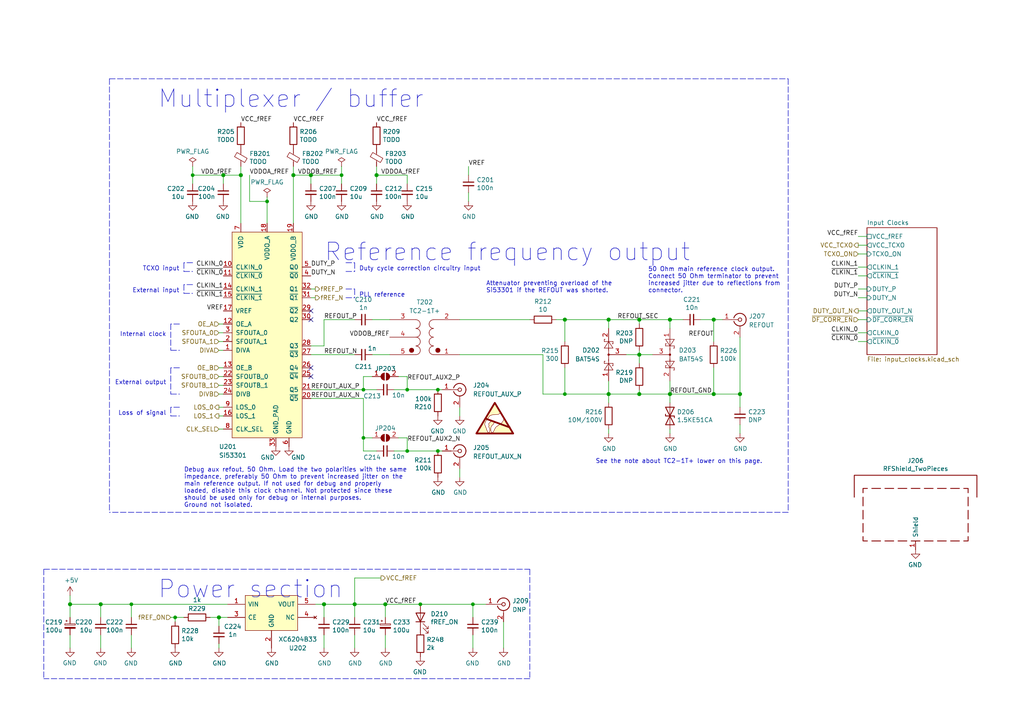
<source format=kicad_sch>
(kicad_sch (version 20211123) (generator eeschema)
  (paper "A4")
  (title_block (title "Generator 0.0125 - 6.4 GHz (0.02 - 9.8 GHz)") (date "2021-11-13") (rev "211113-001") (company "Petr Polasek") (comment 1 "001, 2021-11-13 09:38") (comment 2 "TCXO / external input, LMX2572/LMX2592") (comment 3 "Dual channel symmetric outputs"))
  (lib_symbols
    (symbol "Device:C_Polarized_Small" (pin_numbers hide) (pin_names (offset 0.254) hide)
      (property "Reference" "C" (at 0.254 1.778 0))
      (property "Value" "C_Polarized_Small" (at 0.254 -2.032 0))
      (symbol "C_Polarized_Small_1_1"
        (pin passive line (at 0 2.54 270) (length 1.8542) (name "~") (number "1"))
        (pin passive line (at 0 -2.54 90) (length 1.8542) (name "~") (number "2"))
      )
    )
    (symbol "Device:C_Small" (pin_numbers hide) (pin_names (offset 0.254) hide)
      (property "Reference" "C" (at 0.254 1.778 0))
      (property "Value" "C_Small" (at 0.254 -2.032 0))
      (symbol "C_Small_1_1"
        (pin passive line (at 0 2.54 270) (length 2.032) (name "~") (number "1"))
        (pin passive line (at 0 -2.54 90) (length 2.032) (name "~") (number "2"))
      )
    )
    (symbol "Device:FerriteBead_Small" (pin_numbers hide) (pin_names (offset 0))
      (property "Reference" "FB" (at 1.905 1.27 0))
      (property "Value" "FerriteBead_Small" (at 1.905 -1.27 0))
      (symbol "FerriteBead_Small_1_1"
        (pin passive line (at 0 2.54 270) (length 1.27) (name "~") (number "1"))
        (pin passive line (at 0 -2.54 90) (length 1.27) (name "~") (number "2"))
      )
    )
    (symbol "Device:LED" (pin_numbers hide) (pin_names (offset 1.016) hide)
      (property "Reference" "D" (at 0 2.54 0))
      (property "Value" "LED" (at 0 -2.54 0))
      (symbol "LED_1_1"
        (pin passive line (at -3.81 0 0) (length 2.54) (name "K") (number "1"))
        (pin passive line (at 3.81 0 180) (length 2.54) (name "A") (number "2"))
      )
    )
    (symbol "Device:R" (pin_numbers hide) (pin_names (offset 0))
      (property "Reference" "R" (at 2.032 0 90))
      (property "Value" "R" (at 0 0 90))
      (symbol "R_1_1"
        (pin passive line (at 0 3.81 270) (length 1.27) (name "~") (number "1"))
        (pin passive line (at 0 -3.81 90) (length 1.27) (name "~") (number "2"))
      )
    )
    (symbol "Device:RFShield_TwoPieces" (pin_names (offset 1.016))
      (property "Reference" "J" (at 0 5.08 0))
      (property "Value" "RFShield_TwoPieces" (at 0 2.54 0))
      (symbol "RFShield_TwoPieces_1_1"
        (pin passive line (at 0 -10.16 90) (length 2.54) (name "Shield") (number "1"))
      )
    )
    (symbol "Diode:1.5KExxCA" (pin_numbers hide) (pin_names (offset 1.016) hide)
      (property "Reference" "D" (at 0 2.54 0))
      (property "Value" "1.5KExxCA" (at 0 -2.54 0))
      (symbol "1.5KExxCA_1_1"
        (pin passive line (at -3.81 0 0) (length 2.54) (name "A1") (number "1"))
        (pin passive line (at 3.81 0 180) (length 2.54) (name "A2") (number "2"))
      )
    )
    (symbol "Diode:BAT54S" (pin_names (offset 1.016))
      (property "Reference" "D" (at 0.635 -3.81 0))
      (property "Value" "BAT54S" (at -6.35 3.175 0))
      (symbol "BAT54S_1_1"
        (pin passive line (at -7.62 0 0) (length 3.81) (name "~") (number "1"))
        (pin passive line (at 7.62 0 180) (length 3.81) (name "~") (number "2"))
        (pin passive line (at 0 -5.08 90) (length 5.08) (name "~") (number "3"))
      )
    )
    (symbol "Graphic:SYM_ESD_Large" (pin_names (offset 1.016)))
    (symbol "Jumper:SolderJumper_2_Open" (pin_names (offset 0) hide)
      (property "Reference" "JP" (at 0 2.032 0))
      (property "Value" "SolderJumper_2_Open" (at 0 -2.54 0))
      (symbol "SolderJumper_2_Open_1_1"
        (pin passive line (at -3.81 0 0) (length 2.54) (name "A") (number "1"))
        (pin passive line (at 3.81 0 180) (length 2.54) (name "B") (number "2"))
      )
    )
    (symbol "petr:SMA_Rosenberger_32K243-40ML5_chinese_SMA_hybrid" (pin_names (offset 1.016) hide)
      (property "Reference" "J207" (at -1.2699 5.7341 0))
      (property "Value" "SMA_Rosenberger_32K243-40ML5_chinese_SMA_hybrid" (at -3.8099 3.4354 0))
      (symbol "SMA_Rosenberger_32K243-40ML5_chinese_SMA_hybrid_1_1"
        (pin passive line (at -5.08 0 0) (length 2.54) (name "In") (number "1"))
        (pin passive line (at 0 -5.08 90) (length 2.54) (name "Ext") (number "2"))
      )
    )
    (symbol "petr:Si53301" (pin_names (offset 1.016))
      (property "Reference" "U201" (at -7.62 -31.3754 0))
      (property "Value" "Si53301" (at -7.62 -33.6741 0))
      (symbol "Si53301_1_1"
        (pin input line (at -12.7 -3.81 0) (length 2.54) (name "DIVA") (number "1"))
        (pin input line (at -12.7 20.32 0) (length 2.54) (name "CLKIN_0") (number "10"))
        (pin input line (at -12.7 17.78 0) (length 2.54) (name "~{CLKIN_0}") (number "11"))
        (pin input line (at -12.7 3.81 0) (length 2.54) (name "OE_A") (number "12"))
        (pin input line (at -12.7 -8.89 0) (length 2.54) (name "OE_B") (number "13"))
        (pin input line (at -12.7 13.97 0) (length 2.54) (name "CLKIN_1") (number "14"))
        (pin input line (at -12.7 11.43 0) (length 2.54) (name "~{CLKIN_1}") (number "15"))
        (pin output line (at -12.7 -22.86 0) (length 2.54) (name "LOS_1") (number "16"))
        (pin power_out line (at -12.7 7.62 0) (length 2.54) (name "VREF") (number "17"))
        (pin power_in line (at 0 33.02 270) (length 2.54) (name "VDDO_A") (number "18"))
        (pin power_in line (at 7.62 33.02 270) (length 2.54) (name "VDDO_B") (number "19"))
        (pin input line (at -12.7 -1.27 0) (length 2.54) (name "SFOUTA_1") (number "2"))
        (pin output line (at 12.7 -17.78 180) (length 2.54) (name "~{Q5}") (number "20"))
        (pin output line (at 12.7 -15.24 180) (length 2.54) (name "Q5") (number "21"))
        (pin input line (at -12.7 -11.43 0) (length 2.54) (name "SFOUTB_0") (number "22"))
        (pin input line (at -12.7 -13.97 0) (length 2.54) (name "SFOUTB_1") (number "23"))
        (pin input line (at -12.7 -16.51 0) (length 2.54) (name "DIVB") (number "24"))
        (pin output line (at 12.7 -11.43 180) (length 2.54) (name "~{Q4}") (number "25"))
        (pin output line (at 12.7 -8.89 180) (length 2.54) (name "Q4") (number "26"))
        (pin output line (at 12.7 -5.08 180) (length 2.54) (name "~{Q3}") (number "27"))
        (pin output line (at 12.7 -2.54 180) (length 2.54) (name "Q3") (number "28"))
        (pin output line (at 12.7 7.62 180) (length 2.54) (name "~{Q2}") (number "29"))
        (pin input line (at -12.7 1.27 0) (length 2.54) (name "SFOUTA_0") (number "3"))
        (pin output line (at 12.7 5.08 180) (length 2.54) (name "Q2") (number "30"))
        (pin output line (at 12.7 11.43 180) (length 2.54) (name "~{Q1}") (number "31"))
        (pin output line (at 12.7 13.97 180) (length 2.54) (name "Q1") (number "32"))
        (pin power_in line (at 2.54 -31.75 90) (length 2.54) (name "GND_PAD") (number "33"))
        (pin output line (at 12.7 17.78 180) (length 2.54) (name "~{Q0}") (number "4"))
        (pin output line (at 12.7 20.32 180) (length 2.54) (name "Q0") (number "5"))
        (pin power_in line (at 6.35 -31.75 90) (length 2.54) (name "GND") (number "6"))
        (pin power_in line (at -7.62 33.02 270) (length 2.54) (name "VDD") (number "7"))
        (pin input line (at -12.7 -26.67 0) (length 2.54) (name "CLK_SEL") (number "8"))
        (pin output line (at -12.7 -20.32 0) (length 2.54) (name "LOS_0") (number "9"))
      )
    )
    (symbol "petr:TC2-1T+" (pin_names (offset 1.016) hide)
      (property "Reference" "T202" (at 0 10.6618 0))
      (property "Value" "TC2-1T+" (at 0 8.3631 0))
      (symbol "TC2-1T+_1_1"
        (pin passive line (at -10.16 5.08 0) (length 7.62) (name "AA") (number "1"))
        (pin passive line (at -10.16 -5.08 0) (length 7.62) (name "AB") (number "2"))
        (pin passive line (at 10.16 -5.08 180) (length 7.62) (name "SA") (number "3"))
        (pin passive line (at 10.16 0 180) (length 7.62) (name "SC") (number "4"))
        (pin passive line (at 10.16 5.08 180) (length 7.62) (name "SB") (number "5"))
      )
    )
    (symbol "petr:XC6204B33" (pin_names (offset 0.7874))
      (property "Reference" "U202" (at 7.62 -8.6168 0))
      (property "Value" "XC6204B33" (at 7.62 -5.8355 0))
      (symbol "XC6204B33_1_1"
        (pin power_in line (at -12.7 3.81 0) (length 5.08) (name "VIN") (number "1"))
        (pin power_in line (at 0 -8.89 90) (length 5.08) (name "GND") (number "2"))
        (pin input line (at -12.7 0 0) (length 5.08) (name "CE") (number "3"))
        (pin no_connect line (at 12.7 0 180) (length 5.08) (name "NC") (number "4"))
        (pin power_out line (at 12.7 3.81 180) (length 5.08) (name "VOUT") (number "5"))
      )
    )
    (symbol "petr:u.FL" (pin_names (offset 1.016) hide)
      (property "Reference" "J209" (at 1.27 -3.175 0))
      (property "Value" "u.FL" (at 1.27 -5.4864 0))
      (symbol "u.FL_1_1"
        (pin passive line (at -5.08 0 0) (length 2.54) (name "In") (number "1"))
        (pin passive line (at 0 -5.08 90) (length 2.54) (name "Ext") (number "2"))
      )
    )
    (symbol "power:+5V" (power) (pin_names (offset 0))
      (property "Value" "+5V" (at 0 3.556 0))
      (symbol "+5V_1_1"
        (pin power_in line (at 0 0 90) (length 0) hide (name "+5V") (number "1"))
      )
    )
    (symbol "power:GND" (power) (pin_names (offset 0))
      (property "Value" "GND" (at 0 -3.81 0))
      (symbol "GND_1_1"
        (pin power_in line (at 0 0 270) (length 0) hide (name "GND") (number "1"))
      )
    )
    (symbol "power:PWR_FLAG" (power) (pin_numbers hide) (pin_names (offset 0) hide)
      (property "Value" "PWR_FLAG" (at 0 3.81 0))
      (symbol "PWR_FLAG_0_0"
        (pin power_out line (at 0 0 90) (length 0) (name "pwr") (number "1"))
      )
    )
  )
  (junction (at 63.5 179.07) (diameter 1.016))
  (junction (at 194.31 114.3) (diameter 1.016))
  (junction (at 185.42 102.87) (diameter 1.016))
  (junction (at 77.47 58.42) (diameter 0.9144))
  (junction (at 50.8 179.07) (diameter 0.9144))
  (junction (at 29.21 175.26) (diameter 1.016))
  (junction (at 207.01 114.3) (diameter 1.016))
  (junction (at 109.22 50.8) (diameter 1.016))
  (junction (at 163.83 114.3) (diameter 0.9144))
  (junction (at 102.87 175.26) (diameter 1.016))
  (junction (at 69.85 50.8) (diameter 1.016))
  (junction (at 55.88 50.8) (diameter 0.9144))
  (junction (at 105.41 127) (diameter 0.9144))
  (junction (at 127 113.03) (diameter 0.9144))
  (junction (at 111.76 175.26) (diameter 1.016))
  (junction (at 90.17 50.8) (diameter 1.016))
  (junction (at 99.06 50.8) (diameter 0.9144))
  (junction (at 118.11 113.03) (diameter 0.9144))
  (junction (at 85.09 50.8) (diameter 1.016))
  (junction (at 176.53 114.3) (diameter 1.016))
  (junction (at 105.41 113.03) (diameter 0.9144))
  (junction (at 93.98 175.26) (diameter 1.016))
  (junction (at 20.32 175.26) (diameter 1.016))
  (junction (at 121.92 175.26) (diameter 0.9144))
  (junction (at 127 130.81) (diameter 0.9144))
  (junction (at 176.53 92.71) (diameter 1.016))
  (junction (at 137.16 175.26) (diameter 0.9144))
  (junction (at 163.83 92.71) (diameter 1.016))
  (junction (at 214.63 114.3) (diameter 1.016))
  (junction (at 64.77 50.8) (diameter 1.016))
  (junction (at 194.31 92.71) (diameter 1.016))
  (junction (at 185.42 92.71) (diameter 1.016))
  (junction (at 118.11 130.81) (diameter 0.9144))
  (junction (at 207.01 92.71) (diameter 1.016))
  (junction (at 185.42 114.3) (diameter 1.016))
  (junction (at 38.1 175.26) (diameter 0.9144))
  (no_connect (at 90.17 109.22))
  (no_connect (at 90.17 106.68))
  (no_connect (at 90.17 90.17))
  (no_connect (at 90.17 92.71))
  (wire (pts (xy 248.92 68.58) (xy 251.46 68.58)))
  (wire (pts (xy 135.89 48.26) (xy 135.89 50.8)))
  (wire (pts (xy 118.11 113.03) (xy 127 113.03)))
  (wire (pts (xy 20.32 187.96) (xy 20.32 184.15)))
  (wire (pts (xy 64.77 50.8) (xy 55.88 50.8)))
  (wire (pts (xy 163.83 92.71) (xy 163.83 99.06)))
  (wire (pts (xy 105.41 127) (xy 105.41 130.81)))
  (wire (pts (xy 105.41 130.81) (xy 109.22 130.81)))
  (wire (pts (xy 90.17 115.57) (xy 105.41 115.57)))
  (wire (pts (xy 105.41 115.57) (xy 105.41 127)))
  (wire (pts (xy 38.1 175.26) (xy 66.04 175.26)))
  (wire (pts (xy 203.2 92.71) (xy 207.01 92.71)))
  (wire (pts (xy 146.05 180.34) (xy 146.05 187.96)))
  (wire (pts (xy 63.5 124.46) (xy 64.77 124.46)))
  (wire (pts (xy 248.92 77.47) (xy 251.46 77.47)))
  (wire (pts (xy 38.1 179.07) (xy 38.1 175.26)))
  (wire (pts (xy 176.53 125.73) (xy 176.53 124.46)))
  (wire (pts (xy 207.01 92.71) (xy 207.01 99.06)))
  (wire (pts (xy 105.41 127) (xy 107.95 127)))
  (wire (pts (xy 176.53 114.3) (xy 163.83 114.3)))
  (wire (pts (xy 137.16 175.26) (xy 140.97 175.26)))
  (wire (pts (xy 128.27 113.03) (xy 127 113.03)))
  (wire (pts (xy 90.17 102.87) (xy 102.87 102.87)))
  (wire (pts (xy 137.16 179.07) (xy 137.16 175.26)))
  (wire (pts (xy 121.92 175.26) (xy 137.16 175.26)))
  (wire (pts (xy 77.47 58.42) (xy 72.39 58.42)))
  (wire (pts (xy 63.5 93.98) (xy 64.77 93.98)))
  (wire (pts (xy 176.53 116.84) (xy 176.53 114.3)))
  (wire (pts (xy 137.16 184.15) (xy 137.16 187.96)))
  (wire (pts (xy 133.35 92.71) (xy 153.67 92.71)))
  (wire (pts (xy 248.92 73.66) (xy 251.46 73.66)))
  (wire (pts (xy 118.11 50.8) (xy 118.11 53.34)))
  (wire (pts (xy 63.5 96.52) (xy 64.77 96.52)))
  (wire (pts (xy 111.76 175.26) (xy 111.76 179.07)))
  (wire (pts (xy 157.48 114.3) (xy 163.83 114.3)))
  (wire (pts (xy 133.35 102.87) (xy 157.48 102.87)))
  (wire (pts (xy 157.48 102.87) (xy 157.48 114.3)))
  (wire (pts (xy 185.42 113.03) (xy 185.42 114.3)))
  (wire (pts (xy 133.35 120.65) (xy 133.35 118.11)))
  (wire (pts (xy 185.42 102.87) (xy 181.61 102.87)))
  (wire (pts (xy 85.09 50.8) (xy 85.09 64.77)))
  (polyline (pts (xy 55.88 76.2) (xy 53.34 76.2)))
  (polyline (pts (xy 53.34 76.2) (xy 53.34 78.74)))
  (polyline (pts (xy 53.34 78.74) (xy 55.88 78.74)))
  (wire (pts (xy 63.5 114.3) (xy 64.77 114.3)))
  (wire (pts (xy 248.92 83.82) (xy 251.46 83.82)))
  (wire (pts (xy 185.42 93.98) (xy 185.42 92.71)))
  (wire (pts (xy 111.76 175.26) (xy 121.92 175.26)))
  (wire (pts (xy 90.17 100.33) (xy 93.98 100.33)))
  (wire (pts (xy 248.92 96.52) (xy 251.46 96.52)))
  (wire (pts (xy 109.22 50.8) (xy 118.11 50.8)))
  (wire (pts (xy 63.5 99.06) (xy 64.77 99.06)))
  (wire (pts (xy 50.8 179.07) (xy 50.8 180.34)))
  (wire (pts (xy 53.34 179.07) (xy 50.8 179.07)))
  (wire (pts (xy 194.31 110.49) (xy 194.31 114.3)))
  (wire (pts (xy 194.31 116.84) (xy 194.31 114.3)))
  (wire (pts (xy 133.35 138.43) (xy 133.35 135.89)))
  (wire (pts (xy 128.27 130.81) (xy 127 130.81)))
  (wire (pts (xy 29.21 175.26) (xy 20.32 175.26)))
  (wire (pts (xy 194.31 114.3) (xy 207.01 114.3)))
  (wire (pts (xy 163.83 92.71) (xy 176.53 92.71)))
  (wire (pts (xy 93.98 187.96) (xy 93.98 184.15)))
  (wire (pts (xy 248.92 92.71) (xy 251.46 92.71)))
  (wire (pts (xy 69.85 50.8) (xy 69.85 48.26)))
  (wire (pts (xy 118.11 113.03) (xy 114.3 113.03)))
  (wire (pts (xy 90.17 50.8) (xy 99.06 50.8)))
  (wire (pts (xy 102.87 175.26) (xy 102.87 179.07)))
  (wire (pts (xy 248.92 90.17) (xy 251.46 90.17)))
  (wire (pts (xy 176.53 110.49) (xy 176.53 114.3)))
  (wire (pts (xy 214.63 123.19) (xy 214.63 125.73)))
  (wire (pts (xy 90.17 113.03) (xy 105.41 113.03)))
  (wire (pts (xy 107.95 92.71) (xy 113.03 92.71)))
  (wire (pts (xy 29.21 187.96) (xy 29.21 184.15)))
  (wire (pts (xy 93.98 100.33) (xy 93.98 92.71)))
  (wire (pts (xy 63.5 111.76) (xy 64.77 111.76)))
  (wire (pts (xy 107.95 102.87) (xy 113.03 102.87)))
  (wire (pts (xy 72.39 58.42) (xy 72.39 50.8)))
  (wire (pts (xy 248.92 71.12) (xy 251.46 71.12)))
  (wire (pts (xy 69.85 50.8) (xy 69.85 64.77)))
  (polyline (pts (xy 100.33 78.74) (xy 102.87 78.74)))
  (polyline (pts (xy 102.87 76.2) (xy 102.87 78.74)))
  (polyline (pts (xy 100.33 76.2) (xy 102.87 76.2)))
  (wire (pts (xy 90.17 86.36) (xy 91.44 86.36)))
  (wire (pts (xy 214.63 114.3) (xy 214.63 118.11)))
  (wire (pts (xy 99.06 50.8) (xy 99.06 53.34)))
  (wire (pts (xy 63.5 109.22) (xy 64.77 109.22)))
  (polyline (pts (xy 100.33 83.82) (xy 102.87 83.82)))
  (polyline (pts (xy 102.87 83.82) (xy 102.87 86.36)))
  (polyline (pts (xy 100.33 86.36) (xy 102.87 86.36)))
  (wire (pts (xy 64.77 53.34) (xy 64.77 50.8)))
  (wire (pts (xy 93.98 175.26) (xy 102.87 175.26)))
  (wire (pts (xy 55.88 48.26) (xy 55.88 50.8)))
  (wire (pts (xy 194.31 92.71) (xy 194.31 95.25)))
  (wire (pts (xy 63.5 179.07) (xy 60.96 179.07)))
  (wire (pts (xy 49.53 179.07) (xy 50.8 179.07)))
  (wire (pts (xy 69.85 50.8) (xy 64.77 50.8)))
  (polyline (pts (xy 52.07 106.68) (xy 49.53 106.68)))
  (polyline (pts (xy 49.53 114.3) (xy 52.07 114.3)))
  (polyline (pts (xy 49.53 106.68) (xy 49.53 114.3)))
  (wire (pts (xy 115.57 127) (xy 118.11 127)))
  (wire (pts (xy 118.11 127) (xy 118.11 130.81)))
  (wire (pts (xy 93.98 92.71) (xy 102.87 92.71)))
  (wire (pts (xy 185.42 101.6) (xy 185.42 102.87)))
  (wire (pts (xy 135.89 55.88) (xy 135.89 58.42)))
  (wire (pts (xy 248.92 80.01) (xy 251.46 80.01)))
  (wire (pts (xy 248.92 99.06) (xy 251.46 99.06)))
  (polyline (pts (xy 49.53 101.6) (xy 52.07 101.6)))
  (polyline (pts (xy 49.53 93.98) (xy 49.53 101.6)))
  (polyline (pts (xy 52.07 93.98) (xy 49.53 93.98)))
  (wire (pts (xy 102.87 187.96) (xy 102.87 184.15)))
  (wire (pts (xy 38.1 175.26) (xy 29.21 175.26)))
  (wire (pts (xy 99.06 48.26) (xy 99.06 50.8)))
  (wire (pts (xy 194.31 125.73) (xy 194.31 124.46)))
  (wire (pts (xy 85.09 50.8) (xy 85.09 48.26)))
  (wire (pts (xy 176.53 95.25) (xy 176.53 92.71)))
  (wire (pts (xy 63.5 106.68) (xy 64.77 106.68)))
  (wire (pts (xy 63.5 118.11) (xy 64.77 118.11)))
  (wire (pts (xy 55.88 50.8) (xy 55.88 53.34)))
  (wire (pts (xy 176.53 114.3) (xy 185.42 114.3)))
  (wire (pts (xy 189.23 102.87) (xy 185.42 102.87)))
  (wire (pts (xy 198.12 92.71) (xy 194.31 92.71)))
  (wire (pts (xy 63.5 187.96) (xy 63.5 186.69)))
  (wire (pts (xy 248.92 86.36) (xy 251.46 86.36)))
  (polyline (pts (xy 55.88 82.55) (xy 53.34 82.55)))
  (polyline (pts (xy 53.34 82.55) (xy 53.34 85.09)))
  (polyline (pts (xy 53.34 85.09) (xy 55.88 85.09)))
  (wire (pts (xy 214.63 114.3) (xy 214.63 97.79)))
  (polyline (pts (xy 153.67 165.1) (xy 153.67 196.85)) (stroke (width 0) (type dash)))
  (polyline (pts (xy 12.7 165.1) (xy 153.67 165.1)) (stroke (width 0) (type dash)))
  (polyline (pts (xy 153.67 196.85) (xy 12.7 196.85)) (stroke (width 0) (type dash)))
  (polyline (pts (xy 12.7 165.1) (xy 12.7 196.85)) (stroke (width 0) (type dash)))
  (wire (pts (xy 20.32 175.26) (xy 20.32 179.07)))
  (wire (pts (xy 29.21 175.26) (xy 29.21 179.07)))
  (wire (pts (xy 109.22 50.8) (xy 109.22 48.26)))
  (wire (pts (xy 118.11 109.22) (xy 115.57 109.22)))
  (wire (pts (xy 118.11 113.03) (xy 118.11 109.22)))
  (wire (pts (xy 118.11 130.81) (xy 127 130.81)))
  (wire (pts (xy 114.3 130.81) (xy 118.11 130.81)))
  (wire (pts (xy 109.22 53.34) (xy 109.22 50.8)))
  (wire (pts (xy 90.17 53.34) (xy 90.17 50.8)))
  (wire (pts (xy 77.47 57.15) (xy 77.47 58.42)))
  (wire (pts (xy 85.09 50.8) (xy 90.17 50.8)))
  (wire (pts (xy 63.5 179.07) (xy 66.04 179.07)))
  (wire (pts (xy 111.76 187.96) (xy 111.76 184.15)))
  (polyline (pts (xy 52.07 118.11) (xy 49.53 118.11)))
  (polyline (pts (xy 49.53 118.11) (xy 49.53 120.65)))
  (polyline (pts (xy 49.53 120.65) (xy 52.07 120.65)))
  (wire (pts (xy 185.42 102.87) (xy 185.42 105.41)))
  (wire (pts (xy 102.87 167.64) (xy 102.87 175.26)))
  (wire (pts (xy 110.49 167.64) (xy 102.87 167.64)))
  (wire (pts (xy 93.98 179.07) (xy 93.98 175.26)))
  (wire (pts (xy 77.47 58.42) (xy 77.47 64.77)))
  (wire (pts (xy 209.55 92.71) (xy 207.01 92.71)))
  (wire (pts (xy 63.5 181.61) (xy 63.5 179.07)))
  (wire (pts (xy 163.83 106.68) (xy 163.83 114.3)))
  (wire (pts (xy 207.01 114.3) (xy 214.63 114.3)))
  (wire (pts (xy 109.22 113.03) (xy 105.41 113.03)))
  (wire (pts (xy 105.41 113.03) (xy 105.41 109.22)))
  (wire (pts (xy 161.29 92.71) (xy 163.83 92.71)))
  (wire (pts (xy 194.31 114.3) (xy 185.42 114.3)))
  (polyline (pts (xy 228.6 22.86) (xy 228.6 148.59)))
  (polyline (pts (xy 31.75 22.86) (xy 228.6 22.86)))
  (polyline (pts (xy 228.6 148.59) (xy 31.75 148.59)))
  (polyline (pts (xy 31.75 22.86) (xy 31.75 148.59)))
  (wire (pts (xy 63.5 101.6) (xy 64.77 101.6)))
  (wire (pts (xy 102.87 175.26) (xy 111.76 175.26)))
  (wire (pts (xy 90.17 83.82) (xy 91.44 83.82)))
  (wire (pts (xy 20.32 175.26) (xy 20.32 172.72)))
  (wire (pts (xy 176.53 92.71) (xy 185.42 92.71)))
  (wire (pts (xy 185.42 92.71) (xy 194.31 92.71)))
  (wire (pts (xy 91.44 175.26) (xy 93.98 175.26)))
  (wire (pts (xy 107.95 109.22) (xy 105.41 109.22)))
  (wire (pts (xy 207.01 114.3) (xy 207.01 106.68)))
  (wire (pts (xy 38.1 187.96) (xy 38.1 184.15)))
  (wire (pts (xy 63.5 120.65) (xy 64.77 120.65)))
  (text "External output" (at 48.26 111.76 180) (effects (font (size 1.27 1.27)) (justify right bottom)))
  (text "Multiplexer / buffer" (at 45.72 31.75 0) (effects (font (size 5.08 5.08)) (justify left bottom)))
  (text "Duty cycle correction circuitry input" (at 104.14 78.74 0) (effects (font (size 1.27 1.27)) (justify left bottom)))
  (text "TCXO input" (at 52.07 78.74 180) (effects (font (size 1.27 1.27)) (justify right bottom)))
  (text "Reference frequency output" (at 93.98 76.2 0) (effects (font (size 5.08 5.08)) (justify left bottom)))
  (text "Power section" (at 45.72 173.99 0) (effects (font (size 5.08 5.08)) (justify left bottom)))
  (text "50 Ohm main reference clock output.\nConnect 50 Ohm terminator to prevent\nincreased jitter due to reflections from\nconnector." (at 187.96 85.09 0) (effects (font (size 1.27 1.27)) (justify left bottom)))
  (text "Attenuator preventing overload of the\nSi53301 if the REFOUT was shorted." (at 140.97 85.09 0) (effects (font (size 1.27 1.27)) (justify left bottom)))
  (text "External input" (at 52.07 85.09 180) (effects (font (size 1.27 1.27)) (justify right bottom)))
  (text "Debug aux refout, 50 Ohm. Load the two polarities with the same\nimpedance, preferably 50 Ohm to prevent increased jitter on the\nmain reference output. If not used for debug and properly\nloaded, disable this clock channel. Not protected since these\nshould be used only for debug or internal purposes.\nGround not isolated." (at 53.34 147.32 0) (effects (font (size 1.27 1.27)) (justify left bottom)))
  (text "PLL reference" (at 104.14 86.36 0) (effects (font (size 1.27 1.27)) (justify left bottom)))
  (text "Loss of signal" (at 48.26 120.65 180) (effects (font (size 1.27 1.27)) (justify right bottom)))
  (text "See the note about TC2-1T+ lower on this page." (at 172.72 134.62 0) (effects (font (size 1.27 1.27)) (justify left bottom)))
  (text "Internal clock" (at 48.26 97.79 180) (effects (font (size 1.27 1.27)) (justify right bottom)))
  (label "REFOUT" (at 207.01 97.79 180))
  (label "VDDOA_fREF" (at 72.39 50.8 0))
  (label "VCC_fREF" (at 248.92 68.58 180))
  (label "DUTY_P" (at 248.92 83.82 180))
  (label "~{CLKIN_1}" (at 248.92 80.01 180))
  (label "REFOUT_GND" (at 194.31 114.3 0))
  (label "DUTY_N" (at 90.17 80.01 0))
  (label "CLKIN_1" (at 64.77 83.82 180))
  (label "VCC_fREF" (at 109.22 35.56 0))
  (label "DUTY_P" (at 90.17 77.47 0))
  (label "REFOUT_AUX2_N" (at 118.11 128.27 0))
  (label "CLKIN_0" (at 64.77 77.47 180))
  (label "~{CLKIN_1}" (at 64.77 86.36 180))
  (label "REFOUT_AUX_P" (at 90.17 113.03 0))
  (label "~{CLKIN_0}" (at 248.92 99.06 180))
  (label "REFOUT_SEC" (at 179.07 92.71 0))
  (label "REFOUT_AUX2_P" (at 118.11 110.49 0))
  (label "VCC_fREF" (at 69.85 35.56 0))
  (label "CLKIN_1" (at 248.92 77.47 180))
  (label "REFOUT_AUX_N" (at 90.17 115.57 0))
  (label "VDD_fREF" (at 67.31 50.8 180))
  (label "VREF" (at 64.77 90.17 180))
  (label "VDDOB_fREF" (at 113.03 97.79 180))
  (label "REFOUT_N" (at 93.98 102.87 0))
  (label "CLKIN_0" (at 248.92 96.52 180))
  (label "~{CLKIN_0}" (at 64.77 80.01 180))
  (label "REFOUT_P" (at 93.98 92.71 0))
  (label "VDDOA_fREF" (at 110.49 50.8 0))
  (label "DUTY_N" (at 248.92 86.36 180))
  (label "VREF" (at 135.89 48.26 0))
  (label "VDDOB_fREF" (at 86.36 50.8 0))
  (label "VCC_fREF" (at 111.76 175.26 0))
  (label "VCC_fREF" (at 85.09 35.56 0))
  (hierarchical_label "LOS_0" (shape output) (at 63.5 118.11 180))
  (hierarchical_label "SFOUTB_0" (shape input) (at 63.5 109.22 180))
  (hierarchical_label "DUTY_OUT_N" (shape output) (at 248.92 90.17 180))
  (hierarchical_label "CLK_SEL" (shape input) (at 63.5 124.46 180))
  (hierarchical_label "LOS_1" (shape output) (at 63.5 120.65 180))
  (hierarchical_label "VCC_fREF" (shape output) (at 110.49 167.64 0))
  (hierarchical_label "DIVB" (shape input) (at 63.5 114.3 180))
  (hierarchical_label "fREF_P" (shape output) (at 91.44 83.82 0))
  (hierarchical_label "TCXO_ON" (shape input) (at 248.92 73.66 180))
  (hierarchical_label "DIVA" (shape input) (at 63.5 101.6 180))
  (hierarchical_label "SFOUTB_1" (shape input) (at 63.5 111.76 180))
  (hierarchical_label "fREF_ON" (shape input) (at 49.53 179.07 180))
  (hierarchical_label "SFOUTA_0" (shape input) (at 63.5 96.52 180))
  (hierarchical_label "SFOUTA_1" (shape input) (at 63.5 99.06 180))
  (hierarchical_label "OE_B" (shape input) (at 63.5 106.68 180))
  (hierarchical_label "OE_A" (shape input) (at 63.5 93.98 180))
  (hierarchical_label "~{DF_CORR_EN}" (shape input) (at 248.92 92.71 180))
  (hierarchical_label "fREF_N" (shape output) (at 91.44 86.36 0))
  (hierarchical_label "VCC_TCXO" (shape output) (at 248.92 71.12 180))
  (symbol (lib_id "power:GND") (at 102.87 187.96 0) (unit 1)
    (property "Reference" "#PWR0248" (effects hide))
    (property "Value" "GND" (at 102.997 192.3542 0))
  )
  (symbol (lib_id "power:GND") (at 93.98 187.96 0) (unit 1)
    (property "Reference" "#PWR0246" (effects hide))
    (property "Value" "GND" (at 94.107 192.3542 0))
  )
  (symbol (lib_id "power:GND") (at 146.05 187.96 0) (unit 1)
    (property "Reference" "#PWR0262" (effects hide))
    (property "Value" "GND" (at 146.177 192.3542 0))
  )
  (symbol (lib_id "Device:R") (at 50.8 184.15 0) (unit 1)
    (property "Reference" "R228" (at 52.578 182.9816 0) (effects (justify left)))
    (property "Value" "10k" (at 52.578 185.293 0) (effects (justify left)))
    (property "Footprint" "Resistor_SMD:R_0603_1608Metric_Pad0.98x0.95mm_HandSolder" (effects hide))
  )
  (symbol (lib_id "power:GND") (at 50.8 187.96 0) (unit 1)
    (property "Reference" "#PWR0232" (effects hide))
    (property "Value" "GND" (at 50.927 192.3542 0))
  )
  (symbol (lib_id "Device:C_Small") (at 93.98 181.61 0) (unit 1)
    (property "Reference" "C229" (at 96.3168 180.4416 0) (effects (justify left)))
    (property "Value" "100n" (at 96.3168 182.753 0) (effects (justify left)))
    (property "Footprint" "Capacitor_SMD:C_0603_1608Metric_Pad1.08x0.95mm_HandSolder" (effects hide))
  )
  (symbol (lib_id "Device:C_Small") (at 102.87 181.61 0) (unit 1)
    (property "Reference" "C231" (at 105.2068 180.4416 0) (effects (justify left)))
    (property "Value" "10u" (at 105.2068 182.753 0) (effects (justify left)))
    (property "Footprint" "Capacitor_SMD:C_0805_2012Metric_Pad1.18x1.45mm_HandSolder" (effects hide))
  )
  (symbol (lib_id "power:GND") (at 111.76 187.96 0) (unit 1)
    (property "Reference" "#PWR0250" (effects hide))
    (property "Value" "GND" (at 111.887 192.3542 0))
  )
  (symbol (lib_id "power:GND") (at 78.74 187.96 0) (unit 1)
    (property "Reference" "#PWR0243" (effects hide))
    (property "Value" "GND" (at 78.867 192.3542 0))
  )
  (symbol (lib_id "power:GND") (at 29.21 187.96 0) (mirror y) (unit 1)
    (property "Reference" "#PWR0229" (effects hide))
    (property "Value" "GND" (at 29.0957 192.2844 0))
  )
  (symbol (lib_id "power:GND") (at 38.1 187.96 0) (mirror y) (unit 1)
    (property "Reference" "#PWR0230" (effects hide))
    (property "Value" "GND" (at 37.973 192.3542 0))
  )
  (symbol (lib_id "Device:C_Small") (at 38.1 181.61 0) (mirror y) (unit 1)
    (property "Reference" "C222" (at 35.7632 180.4416 0) (effects (justify left)))
    (property "Value" "100n" (at 35.7632 182.753 0) (effects (justify left)))
    (property "Footprint" "Capacitor_SMD:C_0603_1608Metric_Pad1.08x0.95mm_HandSolder" (effects hide))
  )
  (symbol (lib_id "Device:C_Small") (at 29.21 181.61 0) (mirror y) (unit 1)
    (property "Reference" "C220" (at 26.8732 180.4416 0) (effects (justify left)))
    (property "Value" "10u" (at 26.8732 182.753 0) (effects (justify left)))
    (property "Footprint" "Capacitor_SMD:C_0805_2012Metric_Pad1.18x1.45mm_HandSolder" (effects hide))
  )
  (symbol (lib_id "power:GND") (at 20.32 187.96 0) (mirror y) (unit 1)
    (property "Reference" "#PWR0227" (effects hide))
    (property "Value" "GND" (at 20.2057 192.2844 0))
  )
  (symbol (lib_id "power:+5V") (at 20.32 172.72 0) (unit 1)
    (property "Reference" "#PWR0226" (effects hide))
    (property "Value" "+5V" (at 20.701 168.3258 0))
  )
  (symbol (lib_id "Device:C_Small") (at 135.89 53.34 0) (unit 1)
    (property "Reference" "C201" (at 138.2268 52.1716 0) (effects (justify left)))
    (property "Value" "100n" (at 138.2268 54.483 0) (effects (justify left)))
    (property "Footprint" "Capacitor_SMD:C_0603_1608Metric_Pad1.08x0.95mm_HandSolder" (effects hide))
  )
  (symbol (lib_id "power:GND") (at 135.89 58.42 0) (unit 1)
    (property "Reference" "#PWR0201" (effects hide))
    (property "Value" "GND" (at 136.017 62.8142 0))
  )
  (symbol (lib_id "power:GND") (at 83.82 129.54 0) (unit 1)
    (property "Reference" "#PWR0211" (effects hide))
    (property "Value" "GND" (at 86.487 132.6642 0))
  )
  (symbol (lib_id "power:GND") (at 80.01 129.54 0) (unit 1)
    (property "Reference" "#PWR0209" (effects hide))
    (property "Value" "GND" (at 77.597 132.6642 0))
  )
  (symbol (lib_id "Device:C_Small") (at 99.06 55.88 0) (unit 1)
    (property "Reference" "C209" (at 101.3968 54.7116 0) (effects (justify left)))
    (property "Value" "10u" (at 101.3968 57.023 0) (effects (justify left)))
    (property "Footprint" "Capacitor_SMD:C_0805_2012Metric_Pad1.18x1.45mm_HandSolder" (effects hide))
  )
  (symbol (lib_id "Device:C_Small") (at 90.17 55.88 0) (unit 1)
    (property "Reference" "C207" (at 92.5068 54.7116 0) (effects (justify left)))
    (property "Value" "100n" (at 92.5068 57.023 0) (effects (justify left)))
    (property "Footprint" "Capacitor_SMD:C_0603_1608Metric_Pad1.08x0.95mm_HandSolder" (effects hide))
  )
  (symbol (lib_id "power:GND") (at 99.06 58.42 0) (unit 1)
    (property "Reference" "#PWR0215" (effects hide))
    (property "Value" "GND" (at 99.187 62.8142 0))
  )
  (symbol (lib_id "power:GND") (at 90.17 58.42 0) (unit 1)
    (property "Reference" "#PWR0214" (effects hide))
    (property "Value" "GND" (at 90.297 62.8142 0))
  )
  (symbol (lib_id "Device:R") (at 85.09 39.37 0) (unit 1)
    (property "Reference" "R206" (at 86.868 38.2016 0) (effects (justify left)))
    (property "Value" "TODO" (at 86.868 40.513 0) (effects (justify left)))
    (property "Footprint" "Resistor_SMD:R_0603_1608Metric_Pad0.98x0.95mm_HandSolder" (effects hide))
  )
  (symbol (lib_id "Device:C_Small") (at 55.88 55.88 0) (mirror y) (unit 1)
    (property "Reference" "C202" (at 53.5432 54.7116 0) (effects (justify left)))
    (property "Value" "10u" (at 53.5432 57.023 0) (effects (justify left)))
    (property "Footprint" "Capacitor_SMD:C_0805_2012Metric_Pad1.18x1.45mm_HandSolder" (effects hide))
  )
  (symbol (lib_id "Device:C_Small") (at 64.77 55.88 0) (mirror y) (unit 1)
    (property "Reference" "C204" (at 62.4332 54.7116 0) (effects (justify left)))
    (property "Value" "100n" (at 62.4332 57.023 0) (effects (justify left)))
    (property "Footprint" "Capacitor_SMD:C_0603_1608Metric_Pad1.08x0.95mm_HandSolder" (effects hide))
  )
  (symbol (lib_id "power:GND") (at 55.88 58.42 0) (mirror y) (unit 1)
    (property "Reference" "#PWR0204" (effects hide))
    (property "Value" "GND" (at 55.753 62.8142 0))
  )
  (symbol (lib_id "power:GND") (at 64.77 58.42 0) (mirror y) (unit 1)
    (property "Reference" "#PWR0207" (effects hide))
    (property "Value" "GND" (at 64.643 62.8142 0))
  )
  (symbol (lib_id "Device:R") (at 69.85 39.37 0) (mirror y) (unit 1)
    (property "Reference" "R205" (at 68.072 38.2016 0) (effects (justify left)))
    (property "Value" "TODO" (at 68.072 40.513 0) (effects (justify left)))
    (property "Footprint" "Resistor_SMD:R_0603_1608Metric_Pad0.98x0.95mm_HandSolder" (effects hide))
  )
  (symbol (lib_id "Device:C_Small") (at 105.41 92.71 270) (unit 1)
    (property "Reference" "C210" (at 105.41 86.8934 90))
    (property "Value" "1n" (at 105.41 89.2048 90))
    (property "Footprint" "Capacitor_SMD:C_0603_1608Metric_Pad1.08x0.95mm_HandSolder" (effects hide))
  )
  (symbol (lib_id "Device:C_Small") (at 105.41 102.87 270) (unit 1)
    (property "Reference" "C211" (at 105.41 106.3498 90))
    (property "Value" "1n" (at 107.95 101.0412 90))
    (property "Footprint" "Capacitor_SMD:C_0603_1608Metric_Pad1.08x0.95mm_HandSolder" (effects hide))
  )
  (symbol (lib_id "Device:C_Small") (at 111.76 113.03 270) (mirror x) (unit 1)
    (property "Reference" "C213" (at 107.95 114.8777 90))
    (property "Value" "10n" (at 115.57 114.6364 90))
    (property "Footprint" "Capacitor_SMD:C_0603_1608Metric_Pad1.08x0.95mm_HandSolder" (effects hide))
  )
  (symbol (lib_id "Device:C_Small") (at 111.76 130.81 270) (unit 1)
    (property "Reference" "C214" (at 107.95 132.6577 90))
    (property "Value" "10n" (at 115.57 132.4164 90))
    (property "Footprint" "Capacitor_SMD:C_0603_1608Metric_Pad1.08x0.95mm_HandSolder" (effects hide))
  )
  (symbol (lib_id "power:GND") (at 133.35 138.43 0) (unit 1)
    (property "Reference" "#PWR0221" (effects hide))
    (property "Value" "GND" (at 133.477 142.8242 0))
  )
  (symbol (lib_id "power:GND") (at 133.35 120.65 0) (mirror y) (unit 1)
    (property "Reference" "#PWR0220" (effects hide))
    (property "Value" "GND" (at 133.223 125.0442 0))
  )
  (symbol (lib_id "Device:C_Small") (at 200.66 92.71 90) (mirror x) (unit 1)
    (property "Reference" "C221" (at 200.66 86.8934 90))
    (property "Value" "10n" (at 200.66 89.2048 90))
    (property "Footprint" "Capacitor_SMD:C_0603_1608Metric_Pad1.08x0.95mm_HandSolder" (effects hide))
  )
  (symbol (lib_id "Device:R") (at 185.42 109.22 0) (mirror y) (unit 1)
    (property "Reference" "R219" (at 183.642 108.0516 0) (effects (justify left)))
    (property "Value" "DNP" (at 183.642 110.363 0) (effects (justify left)))
    (property "Footprint" "Resistor_SMD:R_0603_1608Metric_Pad0.98x0.95mm_HandSolder" (effects hide))
  )
  (symbol (lib_id "Device:R") (at 207.01 102.87 0) (mirror y) (unit 1)
    (property "Reference" "R226" (at 208.788 101.7016 0) (effects (justify right)))
    (property "Value" "100k" (at 208.788 104.013 0) (effects (justify right)))
    (property "Footprint" "Resistor_SMD:R_0603_1608Metric_Pad0.98x0.95mm_HandSolder" (effects hide))
  )
  (symbol (lib_id "Device:R") (at 127 134.62 0) (mirror x) (unit 1)
    (property "Reference" "R211" (at 125.2474 133.4516 0) (effects (justify right)))
    (property "Value" "100k" (at 125.2474 135.763 0) (effects (justify right)))
    (property "Footprint" "Resistor_SMD:R_0603_1608Metric_Pad0.98x0.95mm_HandSolder" (effects hide))
  )
  (symbol (lib_id "Device:R") (at 127 116.84 0) (unit 1)
    (property "Reference" "R210" (at 125.2474 118.0084 0) (effects (justify right)))
    (property "Value" "100k" (at 125.2474 115.697 0) (effects (justify right)))
    (property "Footprint" "Resistor_SMD:R_0603_1608Metric_Pad0.98x0.95mm_HandSolder" (effects hide))
  )
  (symbol (lib_id "power:GND") (at 127 138.43 0) (unit 1)
    (property "Reference" "#PWR0219" (effects hide))
    (property "Value" "GND" (at 127.127 142.8242 0))
  )
  (symbol (lib_id "power:GND") (at 127 120.65 0) (mirror y) (unit 1)
    (property "Reference" "#PWR0218" (effects hide))
    (property "Value" "GND" (at 126.873 125.0442 0))
  )
  (symbol (lib_id "Device:LED") (at 121.92 179.07 90) (unit 1)
    (property "Reference" "D210" (at 124.8918 178.0794 90) (effects (justify right)))
    (property "Value" "fREF_ON" (at 124.8918 180.3908 90) (effects (justify right)))
    (property "Footprint" "LED_SMD:LED_0603_1608Metric_Pad1.05x0.95mm_HandSolder" (effects hide))
  )
  (symbol (lib_id "Device:R") (at 121.92 186.69 0) (unit 1)
    (property "Reference" "R248" (at 123.698 185.5216 0) (effects (justify left)))
    (property "Value" "2k" (at 123.698 187.833 0) (effects (justify left)))
    (property "Footprint" "Resistor_SMD:R_0603_1608Metric_Pad0.98x0.95mm_HandSolder" (effects hide))
  )
  (symbol (lib_id "power:GND") (at 121.92 190.5 0) (mirror y) (unit 1)
    (property "Reference" "#PWR0253" (effects hide))
    (property "Value" "GND" (at 121.793 194.8942 0))
  )
  (symbol (lib_id "Device:C_Small") (at 118.11 55.88 0) (unit 1)
    (property "Reference" "C215" (at 120.4468 54.7116 0) (effects (justify left)))
    (property "Value" "10u" (at 120.4468 57.023 0) (effects (justify left)))
    (property "Footprint" "Capacitor_SMD:C_0805_2012Metric_Pad1.18x1.45mm_HandSolder" (effects hide))
  )
  (symbol (lib_id "Device:C_Small") (at 109.22 55.88 0) (unit 1)
    (property "Reference" "C212" (at 111.5568 54.7116 0) (effects (justify left)))
    (property "Value" "100n" (at 111.5568 57.023 0) (effects (justify left)))
    (property "Footprint" "Capacitor_SMD:C_0603_1608Metric_Pad1.08x0.95mm_HandSolder" (effects hide))
  )
  (symbol (lib_id "power:GND") (at 118.11 58.42 0) (unit 1)
    (property "Reference" "#PWR0217" (effects hide))
    (property "Value" "GND" (at 118.237 62.8142 0))
  )
  (symbol (lib_id "power:GND") (at 109.22 58.42 0) (unit 1)
    (property "Reference" "#PWR0216" (effects hide))
    (property "Value" "GND" (at 109.347 62.8142 0))
  )
  (symbol (lib_id "Device:R") (at 109.22 39.37 0) (unit 1)
    (property "Reference" "R209" (at 110.998 38.2016 0) (effects (justify left)))
    (property "Value" "TODO" (at 110.998 40.513 0) (effects (justify left)))
    (property "Footprint" "Resistor_SMD:R_0603_1608Metric_Pad0.98x0.95mm_HandSolder" (effects hide))
  )
  (symbol (lib_id "Device:R") (at 157.48 92.71 90) (mirror x) (unit 1)
    (property "Reference" "R212" (at 157.48 87.4522 90))
    (property "Value" "10" (at 157.48 89.7636 90))
    (property "Footprint" "Resistor_SMD:R_0603_1608Metric_Pad0.98x0.95mm_HandSolder" (effects hide))
  )
  (symbol (lib_id "Device:R") (at 163.83 102.87 0) (mirror x) (unit 1)
    (property "Reference" "R215" (at 162.0774 101.7016 0) (effects (justify right)))
    (property "Value" "300" (at 162.0774 104.013 0) (effects (justify right)))
    (property "Footprint" "Resistor_SMD:R_0603_1608Metric_Pad0.98x0.95mm_HandSolder" (effects hide))
  )
  (symbol (lib_id "Device:R") (at 176.53 120.65 0) (mirror x) (unit 1)
    (property "Reference" "R216" (at 174.7774 119.4816 0) (effects (justify right)))
    (property "Value" "10M/100V" (at 174.777 121.793 0) (effects (justify right)))
    (property "Footprint" "Resistor_SMD:R_1206_3216Metric_Pad1.30x1.75mm_HandSolder" (effects hide))
  )
  (symbol (lib_id "power:GND") (at 176.53 125.73 0) (unit 1)
    (property "Reference" "#PWR0224" (effects hide))
    (property "Value" "GND" (at 176.657 130.1242 0))
  )
  (symbol (lib_id "Diode:1.5KExxCA") (at 194.31 120.65 270) (unit 1)
    (property "Reference" "D206" (at 196.3166 119.4816 90) (effects (justify left)))
    (property "Value" "1.5KE51CA" (at 196.3166 121.793 90) (effects (justify left)))
    (property "Footprint" "Diode_THT:D_DO-201AE_P15.24mm_Horizontal" (effects hide))
    (property "Datasheet" "https://www.vishay.com/docs/88301/15ke.pdf" (effects hide))
  )
  (symbol (lib_id "power:GND") (at 194.31 125.73 0) (unit 1)
    (property "Reference" "#PWR0228" (effects hide))
    (property "Value" "GND" (at 194.437 130.1242 0))
  )
  (symbol (lib_id "power:GND") (at 265.557 159.4358 0) (mirror y) (unit 1)
    (property "Reference" "#PWR0223" (effects hide))
    (property "Value" "GND" (at 265.43 163.83 0))
  )
  (symbol (lib_id "Device:R") (at 57.15 179.07 90) (unit 1)
    (property "Reference" "R229" (at 57.15 176.53 90))
    (property "Value" "1k" (at 57.15 173.99 90))
    (property "Footprint" "Resistor_SMD:R_0603_1608Metric_Pad0.98x0.95mm_HandSolder" (effects hide))
  )
  (symbol (lib_id "Device:C_Small") (at 63.5 184.15 0) (unit 1)
    (property "Reference" "C224" (at 70.0658 181.7306 0) (effects (justify right)))
    (property "Value" "1n" (at 68.7958 184.0293 0) (effects (justify right)))
    (property "Footprint" "Capacitor_SMD:C_0603_1608Metric_Pad1.08x0.95mm_HandSolder" (effects hide))
  )
  (symbol (lib_id "power:GND") (at 63.5 187.96 0) (unit 1)
    (property "Reference" "#PWR0234" (effects hide))
    (property "Value" "GND" (at 63.627 192.3542 0))
  )
  (symbol (lib_id "petr:XC6204B33") (at 78.74 179.07 0) (unit 1)
    (property "Reference" "U202" (at 86.36 187.96 0))
    (property "Value" "XC6204B33" (at 86.36 185.42 0))
    (property "Footprint" "Package_TO_SOT_SMD:SOT-89-5_Handsoldering" (effects hide))
    (property "Datasheet" "https://www.torexsemi.com/file/xc6205/XC6204-XC6205.pdf" (effects hide))
  )
  (symbol (lib_id "Device:C_Polarized_Small") (at 20.32 181.61 0) (unit 1)
    (property "Reference" "C219" (at 18.1609 180.4606 0) (effects (justify right)))
    (property "Value" "100u" (at 18.1609 182.7593 0) (effects (justify right)))
    (property "Footprint" "Capacitor_SMD:CP_Elec_6.3x7.7" (effects hide))
  )
  (symbol (lib_id "Diode:BAT54S") (at 176.53 102.87 90) (unit 1)
    (property "Reference" "D202" (at 173.99 101.5999 90) (effects (justify left)))
    (property "Value" "BAT54S" (at 173.99 104.1399 90) (effects (justify left)))
    (property "Footprint" "Package_TO_SOT_SMD:SOT-23" (effects hide))
    (property "Datasheet" "https://www.diodes.com/assets/Datasheets/ds11005.pdf" (effects hide))
  )
  (symbol (lib_id "Device:C_Polarized_Small") (at 111.76 181.61 0) (unit 1)
    (property "Reference" "C233" (at 113.9191 180.4606 0) (effects (justify left)))
    (property "Value" "100u" (at 113.9191 182.7593 0) (effects (justify left)))
    (property "Footprint" "Capacitor_SMD:CP_Elec_6.3x7.7" (effects hide))
  )
  (symbol (lib_id "power:PWR_FLAG") (at 77.47 57.15 0) (unit 1)
    (property "Reference" "#FLG0202" (effects hide))
    (property "Value" "PWR_FLAG" (at 77.47 52.8256 0))
  )
  (symbol (lib_id "power:PWR_FLAG") (at 55.88 48.26 0) (unit 1)
    (property "Reference" "#FLG0201" (effects hide))
    (property "Value" "PWR_FLAG" (at 55.88 43.9356 0))
  )
  (symbol (lib_id "Jumper:SolderJumper_2_Open") (at 111.76 127 0) (unit 1)
    (property "Reference" "JP204" (at 111.76 124.1996 0))
    (property "Value" "SolderJumper_2_Open" (effects hide))
    (property "Footprint" "Jumper:SolderJumper-2_P1.3mm_Open_RoundedPad1.0x1.5mm" (effects hide))
  )
  (symbol (lib_id "Jumper:SolderJumper_2_Open") (at 111.76 109.22 0) (mirror x) (unit 1)
    (property "Reference" "JP203" (at 111.76 106.9404 0))
    (property "Value" "SolderJumper_2_Open" (effects hide))
    (property "Footprint" "Jumper:SolderJumper-2_P1.3mm_Open_RoundedPad1.0x1.5mm" (effects hide))
  )
  (symbol (lib_id "Graphic:SYM_ESD_Large") (at 143.51 120.65 0) (unit 1)
    (property "Reference" "#SYM202" (effects hide))
    (property "Value" "SYM_ESD_Large" (effects hide))
  )
  (symbol (lib_id "petr:Si53301") (at 77.47 97.79 0) (unit 1)
    (property "Reference" "U201" (at 63.5 129.54 0) (effects (justify left)))
    (property "Value" "Si53301" (at 63.5 132.08 0) (effects (justify left)))
    (property "Footprint" "petr:QFN-32_EP_5x5_Pitch0.5mm_Si53301" (effects hide))
    (property "Datasheet" "https://www.silabs.com/documents/public/data-sheets/si5330x-datasheet.pdf" (effects hide))
  )
  (symbol (lib_id "petr:u.FL") (at 146.05 175.26 0) (unit 1)
    (property "Reference" "J209" (at 148.59 174.2831 0) (effects (justify left)))
    (property "Value" "DNP" (at 148.59 176.8231 0) (effects (justify left)))
    (property "Footprint" "Connector_Coaxial:U.FL_Molex_MCRF_73412-0110_Vertical" (effects hide))
    (property "Datasheet" " ~" (effects hide))
  )
  (symbol (lib_id "Device:FerriteBead_Small") (at 69.85 45.72 0) (unit 1)
    (property "Reference" "FB201" (at 72.3139 44.5706 0) (effects (justify left)))
    (property "Value" "TODO" (at 72.314 46.869 0) (effects (justify left)))
    (property "Footprint" "Inductor_SMD:L_0603_1608Metric_Pad1.05x0.95mm_HandSolder" (effects hide))
  )
  (symbol (lib_id "Device:C_Small") (at 214.63 120.65 180) (unit 1)
    (property "Reference" "C223" (at 216.9668 119.4816 0) (effects (justify right)))
    (property "Value" "DNP" (at 216.9668 121.793 0) (effects (justify right)))
    (property "Footprint" "Capacitor_SMD:C_0603_1608Metric_Pad1.08x0.95mm_HandSolder" (effects hide))
  )
  (symbol (lib_id "petr:u.FL") (at 133.35 113.03 0) (unit 1)
    (property "Reference" "J204" (at 137.16 111.76 0) (effects (justify left)))
    (property "Value" "REFOUT_AUX_P" (at 137.16 114.3 0) (effects (justify left)))
    (property "Footprint" "Connector_Coaxial:U.FL_Molex_MCRF_73412-0110_Vertical" (effects hide))
    (property "Datasheet" " ~" (effects hide))
  )
  (symbol (lib_id "Device:R") (at 185.42 97.79 0) (mirror y) (unit 1)
    (property "Reference" "R203" (at 183.642 96.6216 0) (effects (justify left)))
    (property "Value" "DNP" (at 183.642 98.933 0) (effects (justify left)))
    (property "Footprint" "Resistor_SMD:R_0603_1608Metric_Pad0.98x0.95mm_HandSolder" (effects hide))
  )
  (symbol (lib_id "power:PWR_FLAG") (at 99.06 48.26 0) (unit 1)
    (property "Reference" "#FLG0203" (effects hide))
    (property "Value" "PWR_FLAG" (at 99.06 43.9356 0))
  )
  (symbol (lib_id "Diode:BAT54S") (at 194.31 102.87 270) (unit 1)
    (property "Reference" "D203" (at 196.85 101.5999 90) (effects (justify left)))
    (property "Value" "BAT54S" (at 196.85 104.1399 90) (effects (justify left)))
    (property "Footprint" "Package_TO_SOT_SMD:SOT-23" (effects hide))
    (property "Datasheet" "https://www.diodes.com/assets/Datasheets/ds11005.pdf" (effects hide))
  )
  (symbol (lib_id "petr:TC2-1T+") (at 123.19 97.79 180) (unit 1)
    (property "Reference" "T202" (at 123.19 87.63 0))
    (property "Value" "TC2-1T+" (at 123.19 90.17 0))
    (property "Footprint" "petr:Transformer_MiniCircuits_AT224-1A" (effects hide))
    (property "Datasheet" "https://www.minicircuits.com/pdfs/TC2-1T+.pdf" (effects hide))
  )
  (symbol (lib_id "petr:SMA_Rosenberger_32K243-40ML5_chinese_SMA_hybrid") (at 214.63 92.71 0) (unit 1)
    (property "Reference" "J207" (at 217.17 91.7331 0) (effects (justify left)))
    (property "Value" "REFOUT" (at 217.17 94.2731 0) (effects (justify left)))
    (property "Footprint" "petr_kicad:SMA_rosenberger_hybrid" (effects hide))
    (property "Datasheet" "https://products.rosenberger.com/_ocassets/db/32K243-40ML5.pdf" (effects hide))
  )
  (symbol (lib_id "Device:RFShield_TwoPieces") (at 265.557 149.2758 0) (unit 1)
    (property "Reference" "J206" (at 265.557 133.6356 0))
    (property "Value" "RFShield_TwoPieces" (at 265.557 135.9343 0))
    (property "Footprint" "RF_Shielding:Laird_Technologies_BMI-S-205-F_38.10x25.40mm" (effects hide))
  )
  (symbol (lib_id "power:GND") (at 214.63 125.73 0) (unit 1)
    (property "Reference" "#PWR0231" (effects hide))
    (property "Value" "GND" (at 214.757 130.1242 0))
  )
  (symbol (lib_id "Device:FerriteBead_Small") (at 85.09 45.72 0) (unit 1)
    (property "Reference" "FB202" (at 87.5539 44.5706 0) (effects (justify left)))
    (property "Value" "TODO" (at 87.554 46.869 0) (effects (justify left)))
    (property "Footprint" "Inductor_SMD:L_0603_1608Metric_Pad1.05x0.95mm_HandSolder" (effects hide))
  )
  (symbol (lib_id "power:GND") (at 137.16 187.96 0) (mirror y) (unit 1)
    (property "Reference" "#PWR0259" (effects hide))
    (property "Value" "GND" (at 137.033 192.3542 0))
  )
  (symbol (lib_id "Device:C_Small") (at 137.16 181.61 0) (unit 1)
    (property "Reference" "C239" (at 139.4968 180.4416 0) (effects (justify left)))
    (property "Value" "100n" (at 139.4968 182.753 0) (effects (justify left)))
    (property "Footprint" "Capacitor_SMD:C_0603_1608Metric_Pad1.08x0.95mm_HandSolder" (effects hide))
  )
  (symbol (lib_id "Device:FerriteBead_Small") (at 109.22 45.72 0) (unit 1)
    (property "Reference" "FB203" (at 111.6839 44.5706 0) (effects (justify left)))
    (property "Value" "TODO" (at 111.684 46.869 0) (effects (justify left)))
    (property "Footprint" "Inductor_SMD:L_0603_1608Metric_Pad1.05x0.95mm_HandSolder" (effects hide))
  )
  (symbol (lib_id "petr:u.FL") (at 133.35 130.81 0) (unit 1)
    (property "Reference" "J205" (at 137.16 129.8331 0) (effects (justify left)))
    (property "Value" "REFOUT_AUX_N" (at 137.16 132.3731 0) (effects (justify left)))
    (property "Footprint" "Connector_Coaxial:U.FL_Molex_MCRF_73412-0110_Vertical" (effects hide))
    (property "Datasheet" " ~" (effects hide))
  )
  (sheet (at 251.46 66.04) (size 20.32 36.83) (stroke (width 0.1524))
    (property "Sheet name" "Input Clocks" (at 251.46 65.3284 0) (effects (justify left bottom)))
    (property "Sheet file" "input_clocks.kicad_sch" (at 251.46 103.4546 0) (effects (justify left top)))
    (pin "VCC_fREF" passive (at 251.46 68.58 180))
    (pin "VCC_TCXO" output (at 251.46 71.12 180))
    (pin "TCXO_ON" input (at 251.46 73.66 180))
    (pin "~{CLKIN_1}" output (at 251.46 80.01 180))
    (pin "CLKIN_1" output (at 251.46 77.47 180))
    (pin "DUTY_P" input (at 251.46 83.82 180))
    (pin "DUTY_N" input (at 251.46 86.36 180))
    (pin "DUTY_OUT_N" output (at 251.46 90.17 180))
    (pin "~{DF_CORR_EN}" input (at 251.46 92.71 180))
    (pin "CLKIN_0" output (at 251.46 96.52 180))
    (pin "~{CLKIN_0}" output (at 251.46 99.06 180))
  )
)
</source>
